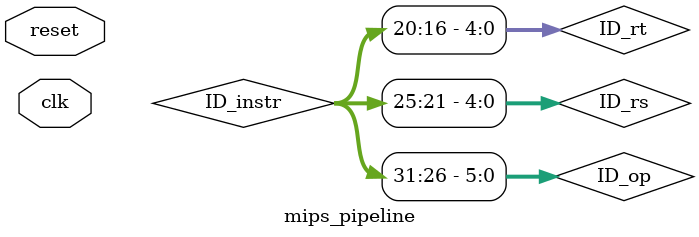
<source format=v>

`include "control_pipeline_stub.v"

module mips_pipeline(clk, reset);
   input clk, reset;

   // @annot{taint_source(IF_instr)}
   // @annot{taint_sink(ID_instr)}

   // @annot{sanitize_glob(IF_instr)}

   // @annot{sanitize(Stall, IF_instr, ID_instr, EX_ALUOp, EX_extend, EX_MemRead, MEM_ALUOut, WB_ALUOut, EX_rt)}

   //=============
   // Definitions
   //=============

   reg [1:0]  Stall;
   reg [31:0] IF_instr;
   reg [31:0] ID_instr;
   // reg [1:0]  EX_ALUOp;
   // reg [31:0] EX_extend;
   reg        EX_MemRead;

   // reg [31:0] MEM_ALUOut;
   // reg [31:0] WB_ALUOut;
   reg [4:0]  EX_rt;

   wire [4:0] ID_rs, ID_rt;

   wire [5:0] ID_op;
   wire [1:0] ID_ALUOp;
   wire [15:0] ID_immed;
   wire [31:0] ID_extend;
   // wire [5:0]  EX_funct;
   // wire [2:0]  EX_Operation;
   // wire [31:0] EX_ALUOut;
   wire        ID_MemRead, ID_MemRead_v;

   wire        ID_RegWrite_v, ID_MemWrite_v, ID_Branch_v, ID_Jump_v, ID_RegDst, ID_MemtoReg, ID_ALUSrc;
   //=============
   // IF stage
   //=============

   // -- magic happens here
   always @(posedge clk)
     if (Stall)
       ID_instr <= ID_instr;
     else
       ID_instr <= IF_instr;

   // Hazard detection
   always @(*)
     if (EX_MemRead && ((EX_rt == ID_rs) || (EX_rt == ID_rt)))
       Stall = 1;
     else
       Stall = 0;

   // wiring
   assign ID_op      = ID_instr[31:26];
   assign ID_MemRead = Stall ? 1'b0 : ID_MemRead_v;

   control_pipeline_stub CTL
     (.opcode(ID_op),
      .RegDst(ID_RegDst),
      .ALUSrc(ID_ALUSrc),
      .MemtoReg(ID_MemtoReg),
      .RegWrite(ID_RegWrite_v),
      .MemRead(ID_MemRead_v),
      .MemWrite(ID_MemWrite_v),
      .Branch(ID_Branch_v),
      .ALUOp(ID_ALUOp),
      .Jump(ID_Jump_v)
      );

   assign ID_immed  = ID_instr[15:0];
   // assign ID_extend = { {16{ID_immed[15]}}, ID_immed };
   assign ID_rt     = ID_instr[20:16];
   assign ID_rs     = ID_instr[25:21];

   always @(posedge clk) // ID/EX Pipeline Register
     begin
        // EX_ALUOp    <= ID_ALUOp;
        // EX_extend   <= ID_extend;
        EX_MemRead  <= ID_MemRead;
        EX_rt       <= ID_rt;
     end

   // assign EX_funct = EX_extend[5:0];

   // alu_ctl_stub EX_ALUCTL(EX_ALUOp, EX_funct, EX_Operation);

   // wire zero;
   // reg  a; // @annot{sanitize(a)}
   // reg  b; // @annot{sanitize(b)}
   // alu_stub     EX_ALU(EX_Operation, a, b, EX_ALUOut, zero);

   // always @(posedge clk)
   //   MEM_ALUOut <= EX_ALUOut;

   // always @(posedge clk)
   //   WB_ALUOut <= MEM_ALUOut;
endmodule

</source>
